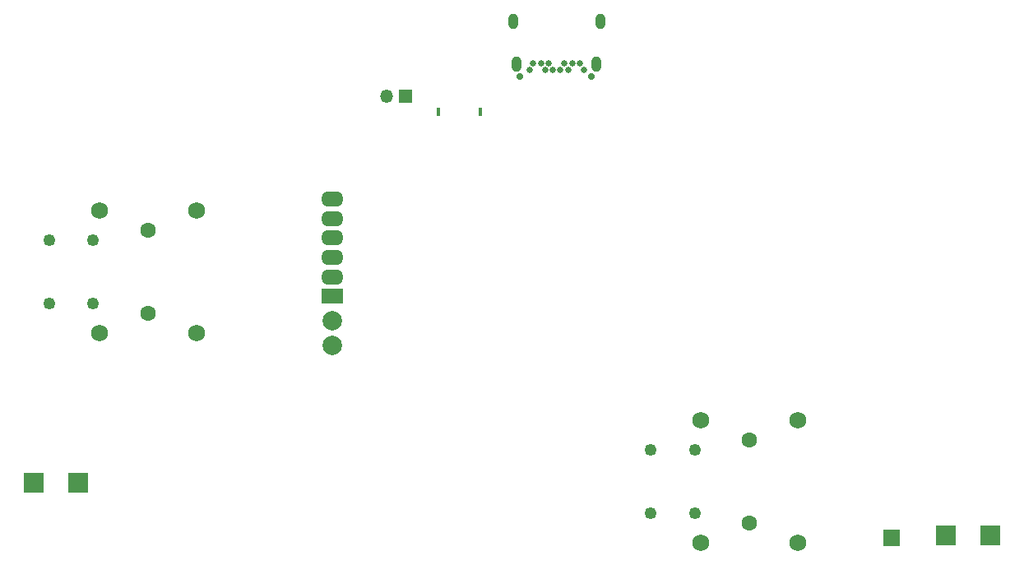
<source format=gbr>
G04 #@! TF.GenerationSoftware,KiCad,Pcbnew,7.0.2*
G04 #@! TF.CreationDate,2023-07-29T11:35:43-07:00*
G04 #@! TF.ProjectId,procon_gcc_main_pcb,70726f63-6f6e-45f6-9763-635f6d61696e,1*
G04 #@! TF.SameCoordinates,Original*
G04 #@! TF.FileFunction,Soldermask,Bot*
G04 #@! TF.FilePolarity,Negative*
%FSLAX46Y46*%
G04 Gerber Fmt 4.6, Leading zero omitted, Abs format (unit mm)*
G04 Created by KiCad (PCBNEW 7.0.2) date 2023-07-29 11:35:43*
%MOMM*%
%LPD*%
G01*
G04 APERTURE LIST*
%ADD10O,0.400000X0.900000*%
%ADD11R,1.700000X1.700000*%
%ADD12R,2.300000X1.600000*%
%ADD13O,2.300000X1.600000*%
%ADD14R,2.000000X2.000000*%
%ADD15C,1.750000*%
%ADD16C,1.600000*%
%ADD17C,1.250000*%
%ADD18R,1.350000X1.350000*%
%ADD19O,1.350000X1.350000*%
%ADD20C,0.700000*%
%ADD21C,0.650000*%
%ADD22O,1.000000X1.600000*%
%ADD23C,2.000000*%
G04 APERTURE END LIST*
D10*
X126333519Y-101965000D03*
X130633519Y-101965000D03*
D11*
X172983595Y-145804174D03*
D12*
X115400000Y-120950000D03*
D13*
X115400000Y-118950000D03*
X115400000Y-116950000D03*
X115400000Y-114950000D03*
X115400000Y-112950000D03*
X115400000Y-110950000D03*
D14*
X178562000Y-145542000D03*
X84675000Y-140125000D03*
D15*
X153320200Y-133697000D03*
X153320200Y-146347000D03*
D16*
X158320200Y-135722000D03*
X158320200Y-144322000D03*
D15*
X163320200Y-133697000D03*
X163320200Y-146347000D03*
D17*
X152670200Y-136772000D03*
X152670200Y-143272000D03*
X148170200Y-136772000D03*
X148170200Y-143272000D03*
D18*
X122920000Y-100330000D03*
D19*
X120920000Y-100330000D03*
D20*
X142060000Y-98275000D03*
X134710000Y-98275000D03*
D21*
X135660000Y-97625000D03*
X136060000Y-96925000D03*
X136860000Y-96925000D03*
X137260000Y-97625000D03*
X137660000Y-96925000D03*
X138060000Y-97625000D03*
X138860000Y-97625000D03*
X139260000Y-96925000D03*
X139660000Y-97625000D03*
X140060000Y-96925000D03*
X140860000Y-96925000D03*
X141260000Y-97625000D03*
D22*
X142950000Y-92635000D03*
X142590000Y-97025000D03*
X134330000Y-97025000D03*
X133970000Y-92635000D03*
D15*
X91377000Y-112107600D03*
X91377000Y-124757600D03*
D16*
X96377000Y-114132600D03*
X96377000Y-122732600D03*
D15*
X101377000Y-112107600D03*
X101377000Y-124757600D03*
D17*
X90727000Y-115182600D03*
X90727000Y-121682600D03*
X86227000Y-115182600D03*
X86227000Y-121682600D03*
D14*
X89175000Y-140125000D03*
X183062000Y-145542000D03*
D23*
X115400000Y-126030000D03*
X115400000Y-123490000D03*
M02*

</source>
